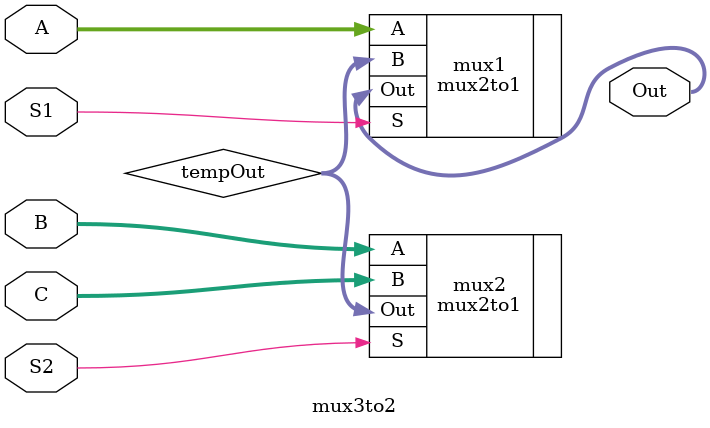
<source format=v>
`timescale 1ns / 1ps

module mux3to2(
    input [1:0] A,
    input [1:0] B,
    input [1:0] C,
    input [0:0] S1,
    input [0:0] S2,
    output [1:0] Out
    );
    
    wire [1:0] tempOut;
    
    mux2to1 mux2(.B(C),.A(B),.S(S2),.Out(tempOut));
    mux2to1 mux1(.B(tempOut),.A(A),.S(S1),.Out(Out));
    
endmodule

</source>
